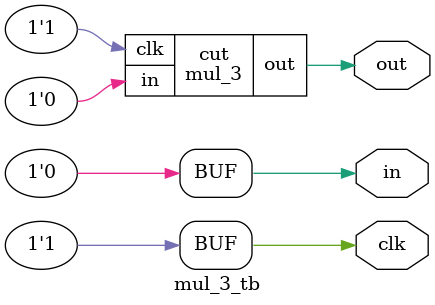
<source format=v>
`timescale 1ns/1ns

module sr(
    input clk,set,rst,
    output reg q
);

always @ * begin
    if(clk) begin
        case({set,rst})
            2'b01 : q <= 1'b0;
            2'b10 : q <= 1'b1;
        endcase
    end
end

endmodule
//sr_tb
module sr_tb(
    output reg clk,set,rst,
    output q
);

sr cut(.clk(clk),.set(set),.rst(rst),.q(q));

initial $dumpvars(0,sr_tb);

initial begin
    clk = 1'b0;
    repeat (10)
    #50 clk = ~clk;
end

initial begin
    set = 1'b0;
    #60 set = 1'b1;
    #30 set = 1'b0;
    #50 set = 1'b1;
    #130 set = 1'b0;
    #70 set = 1'b1;
    #70 set = 1'b0;
    #60 set = 1'b1;
end

initial begin
    rst = 1'b1;
    #60 rst = 1'b0;
    #30 rst = 1'b1;
    #50 rst = 1'b0;
    #130 rst = 1'b1;
    #70 rst = 1'b0;
    #70 rst = 1'b1;
    #60 rst = 1'b0;
end

endmodule

//d
module d(
    input clk,d,
    output reg q
);

always @ * begin
    if(clk) q <= d;
end

endmodule
//d_tb
module d_tb(
    output reg clk,d,
    output q
);

d cut(.clk(clk),.d(d),.q(q));

initial $dumpvars(0,d_tb);

initial begin
    clk = 1'b0;
    repeat (10)
    #50 clk = ~clk;
end

initial begin
    d = 1'b0;
    #60 d = 1'b1;
    #30 d = 1'b0;
    #50 d = 1'b1;
    #130 d = 1'b0;
    #70 d = 1'b1;
    #70 d = 1'b0;
    #60 d = 1'b1;
end

endmodule

//ff_d
module ff_d(
    input clk,d,
    output reg q
);

initial q = 1'b0;

always @(posedge clk) q <= d;

endmodule
//ff_d_tb
module ff_d_tb(
    output reg clk,d,
    output q
);

ff_d cut(.clk(clk),.d(d),.q(q));

initial $dumpvars(0,ff_d_tb);

initial begin
    clk = 1'd0;
    repeat (10)
    #50 clk = ~clk;
end

initial begin
    d = 1'd0;
    #60 d = 1'd1;
    #30 d = 1'd0;
    #50 d = 1'd1;
    #70 d = 1'd0;
    #150 d = 1'd1;
    #50 d = 1'd0;
    #50 d = 1'd1;
end

endmodule

//ff_d_en
module ff_d_en(
    input clk,en,d,
    output reg q
);

always @(posedge clk) begin
    if(en) q <= d;
end

endmodule
//ff_d_en_tb
module ff_d_en_tb(
    output reg clk,en,d,
    output q
);

ff_d_en cut(.clk(clk),.en(en),.d(d),.q(q));

initial $dumpvars(0,ff_d_en_tb);

initial begin
    clk = 1'd0;
    repeat (10)
    #50 clk = ~clk;
end

initial begin
    d = 1'd0;
    #60 d = 1'd1;
    #30 d = 1'd0;
    #50 d = 1'd1;
    #70 d = 1'd0;
    #150 d = 1'd1;
    #50 d = 1'd0;
    #30 d = 1'd1;
end

initial begin
    en = 1'd1;
    #350 en = 1'd0;
    #450 en = 1'd1;
end

endmodule

//d_r
module ff_d_r(
    input clk,d,rst,
    output reg q
);

always @(posedge clk or posedge rst) begin
    if(rst) q <= 1'b0;
    else q <= d;
end

endmodule
//d_r_tb
module ff_d_r_tb(
    output reg clk,d,rst,
    output q
);

ff_d_r cut(.clk(clk),.d(d),.rst(rst),.q(q));

initial $dumpvars(0,ff_d_r_tb);

initial begin
    clk = 1'd0;
    repeat (10)
    #50 clk = ~clk;
end

initial begin
    d = 1'd0;
    #60 d = 1'd1;
    #30 d = 1'd0;
    #50 d = 1'd1;
    #70 d = 1'd0;
    #150 d = 1'd1;
    #50 d = 1'd0;
    #50 d = 1'd1;
end

initial begin
    rst = 1'd1;
    #50 rst = 1'd0;
    #180 rst = 1'd1;
    #10 rst = 1'd0;
end

endmodule

//sr
module ff_sr(
    input clk,set,rst,
    output reg q
);

always @(posedge clk) begin
    if(set && !rst) q <= 1'd1;
    else if(!set && rst) q <= 1'd0;
end

endmodule
//sr_tb
module ff_sr_tb(
    output reg clk,set,rst,
    output q
);

ff_sr cut(.clk(clk),.set(set),.rst(rst),.q(q));

initial $dumpvars(0,ff_sr_tb);

initial begin
    clk = 1'd0;
    repeat (10)
    #50 clk = ~clk;
end

initial begin
    set = 1'd0;
    #60 set = 1'd1;
    #30 set = 1'd0;
    #50 set = 1'd1;
    #70 set = 1'd0;
    #150 set = 1'd1;
    #50 set = 1'd0;
    #50 set = 1'd1;
end

initial begin
    rst = 1'd1;
    #60 rst = 1'd0;
    #30 rst = 1'd1;
    #50 rst = 1'd0;
    #70 rst = 1'd1;
    #150 rst = 1'd0;
    #50 rst = 1'd1;
    #50 rst = 1'd0;
end

endmodule

//t
module ff_t(
    input clk,toggle,
    output reg q
);

initial q = 0;

always @(posedge clk) begin
    if(toggle) q <= ~q;
    else q <= q;
end

endmodule
//t_tb
module ff_t_tb(
    output reg clk,toggle,
    output q
);

ff_t cut(.clk(clk),.toggle(toggle),.q(q));

initial $dumpvars(0,ff_t_tb);

initial begin
    clk = 1'd0;
    repeat (10)
    #50 clk = ~clk;
end

initial begin
    toggle = 1'd0;
    #60 toggle = 1'd1;
    #30 toggle = 1'd0;
    #50 toggle = 1'd1;
    #70 toggle = 1'd0;
    #120 toggle = 1'd1;
    #50 toggle = 1'd0;
    #50 toggle = 1'd1;
end

endmodule

//ff_jk
module ff_jk(
    input clk,j,k,
    output reg q
);

always @(posedge clk) begin
    case({k,j})
        2'b00 : q <= q;
        2'b01 : q <= 1'b1;
        2'b10 : q <= 1'b0;
        2'b11 : q <= ~q;
    endcase
end 

endmodule
//ff_jk_tb
module ff_jk_tb(
    output reg clk,j,k,
    output q
);

ff_jk cut(.clk(clk),.j(j),.k(k),.q(q));

initial $dumpvars(0,ff_jk_tb);

initial begin
    clk = 1'd0;
    repeat (10)
    #50 clk = ~clk;
end

initial begin
    j = 1'd0;
    #60 j = 1'd1;
    #30 j = 1'd0;
    #50 j = 1'd1;
    #70 j = 1'd0;
    #150 j = 1'd1;
    #50 j = 1'd0;
    #50 j = 1'd1;
end

initial begin
    k = 1'd1;
    #60 k = 1'd0;
    #30 k = 1'd1;
    #50 k = 1'd0;
    #70 k = 1'd1;
    #150 k = 1'd0;
    #50 k = 1'd1;
    #50 k = 1'd0;
end

endmodule

//sa se proiecteze un bistabil cu validare folosind
//un multiplexor de 2:1 si un bistabil D

//multiplexor 2:1
module mux2_1(
    input sel,
    input [1:0] in,
    output reg o
);

always @ * o = in[sel];

endmodule
//tb multiplexor 2:1
module mux2_1_tb(
    output reg sel,
    output reg [1:0] in,
    output o
);

mux2_1 cut(.sel(sel),.in(in),.o(o));

integer i;

initial $dumpvars(0,mux2_1_tb);

initial begin
    for(i = 0;i < 8;i = i + 1)
       #100 {in,sel} = i; 
end

endmodule

//circuit ce foloseste mux2_1 si ff_d
module d_en(
    input clk,d,en,
    output o
);

wire f,g;

mux2_1 i0(.sel(en),.in({d,f}),.o(g));
ff_d i1(.clk(clk),.d(g),.q(f));

assign o = f;

endmodule
//tb circuit
module d_en_tb(
    output reg clk,d,en,
    output o
);

d_en cut(.clk(clk),.d(d),.en(en),.o(o));

initial $dumpvars(0,d_en_tb);

initial begin
    clk = 1'd0;
    repeat (10)
    #50 clk = ~clk;
end

initial begin
    d = 1'd0;
    #60 d = 1'd1;
    #30 d = 1'd0;
    #50 d = 1'd1;
    #70 d = 1'd0;
    #150 d = 1'd1;
    #50 d = 1'd0;
    #30 d = 1'd1;
end

initial begin
    en = 1'd1;
    #350 en = 1'd0;
    #450 en = 1'd1;
end

endmodule

//implementarea latchurilor rs cu porti
//implementare poarta nor
module sau_nu(input x,y,output reg z); 
always @ * z = ~ (x | y);
endmodule
//immplementare latch
module sr_gates(
    input s,r,
    output reg q,q_bar
);
initial q = 1'd0;
initial q = 1'd1;
wire f,g;
sau_nu i0(.x(r),.y(g),.z(f));
sau_nu i1(.x(s),.y(f),.z(g));
always @ * begin
    q = f;
    q_bar = g;
end
endmodule
//tb pentru latchurile rs cu porti
module sr_gates_tb(
    output reg s,r,
    output q,q_bar
);

sr_gates cut(.s(s),.r(r),.q(q),.q_bar(q_bar));

initial $dumpvars(0,sr_gates_tb);

initial begin
    {s,r} = 2'b01;
    #50 {s,r} = 2'b10;
    #50 {s,r} = 2'b01;
    #50 {s,r} = 2'b00;
    #50 {s,r} = 2'b11;//stare interzisa
end

endmodule


//multiple of 3
module mul_3(
    input clk,in,
    output reg out
);

reg f;
wire g,h;

always @ * begin
    f = in & ~ (g | h);
    out = in | g | h;
end

ff_d i0(.clk(clk),.d(f),.q(g));
ff_d i1(.clk(clk),.d(g),.q(h));

endmodule
//tb mul_3
module mul_3_tb(
    output reg clk,in,
    output out
);

mul_3 cut(.clk(clk),.in(in),.out(out));

initial $dumpvars(0,mul_3_tb);

initial begin
    clk = 1'd1;
    repeat (30)
    #50 clk = ~ clk;
end

initial begin
    in = 1'd0;
    #101 in = 1'd1;
    #101 in = 1'd0;
    #301 in = 1'd1;
    #201 in = 1'd0;
    #301 in = 1'd1;
    #301 in = 1'd0;
end

endmodule
</source>
